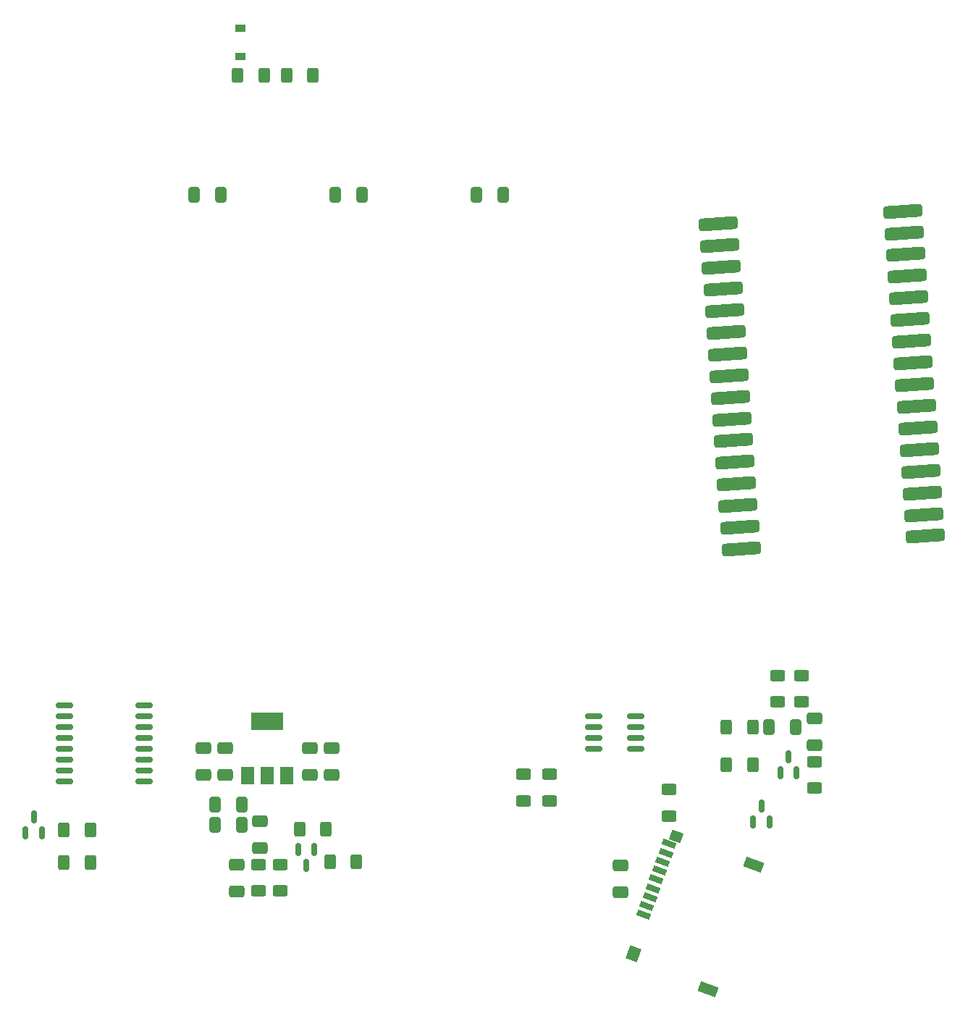
<source format=gbp>
%TF.GenerationSoftware,KiCad,Pcbnew,(6.0.11)*%
%TF.CreationDate,2024-05-07T01:49:41+08:00*%
%TF.ProjectId,badge,62616467-652e-46b6-9963-61645f706362,rev?*%
%TF.SameCoordinates,Original*%
%TF.FileFunction,Paste,Bot*%
%TF.FilePolarity,Positive*%
%FSLAX46Y46*%
G04 Gerber Fmt 4.6, Leading zero omitted, Abs format (unit mm)*
G04 Created by KiCad (PCBNEW (6.0.11)) date 2024-05-07 01:49:41*
%MOMM*%
%LPD*%
G01*
G04 APERTURE LIST*
G04 Aperture macros list*
%AMRoundRect*
0 Rectangle with rounded corners*
0 $1 Rounding radius*
0 $2 $3 $4 $5 $6 $7 $8 $9 X,Y pos of 4 corners*
0 Add a 4 corners polygon primitive as box body*
4,1,4,$2,$3,$4,$5,$6,$7,$8,$9,$2,$3,0*
0 Add four circle primitives for the rounded corners*
1,1,$1+$1,$2,$3*
1,1,$1+$1,$4,$5*
1,1,$1+$1,$6,$7*
1,1,$1+$1,$8,$9*
0 Add four rect primitives between the rounded corners*
20,1,$1+$1,$2,$3,$4,$5,0*
20,1,$1+$1,$4,$5,$6,$7,0*
20,1,$1+$1,$6,$7,$8,$9,0*
20,1,$1+$1,$8,$9,$2,$3,0*%
%AMRotRect*
0 Rectangle, with rotation*
0 The origin of the aperture is its center*
0 $1 length*
0 $2 width*
0 $3 Rotation angle, in degrees counterclockwise*
0 Add horizontal line*
21,1,$1,$2,0,0,$3*%
G04 Aperture macros list end*
%ADD10RotRect,1.200000X2.200000X250.000000*%
%ADD11RotRect,1.200000X1.400000X250.000000*%
%ADD12RotRect,1.600000X1.400000X250.000000*%
%ADD13RotRect,0.700000X1.600000X250.000000*%
%ADD14RoundRect,0.250000X0.650000X-0.412500X0.650000X0.412500X-0.650000X0.412500X-0.650000X-0.412500X0*%
%ADD15R,1.500000X2.000000*%
%ADD16R,3.800000X2.000000*%
%ADD17R,1.200000X0.900000*%
%ADD18RoundRect,0.250000X0.412500X0.650000X-0.412500X0.650000X-0.412500X-0.650000X0.412500X-0.650000X0*%
%ADD19RoundRect,0.250000X0.400000X0.625000X-0.400000X0.625000X-0.400000X-0.625000X0.400000X-0.625000X0*%
%ADD20RoundRect,0.250000X-0.625000X0.400000X-0.625000X-0.400000X0.625000X-0.400000X0.625000X0.400000X0*%
%ADD21RoundRect,0.150000X0.150000X-0.587500X0.150000X0.587500X-0.150000X0.587500X-0.150000X-0.587500X0*%
%ADD22RoundRect,0.150000X0.875000X0.150000X-0.875000X0.150000X-0.875000X-0.150000X0.875000X-0.150000X0*%
%ADD23RoundRect,0.250000X-0.400000X-0.625000X0.400000X-0.625000X0.400000X0.625000X-0.400000X0.625000X0*%
%ADD24RoundRect,0.250000X-0.650000X0.412500X-0.650000X-0.412500X0.650000X-0.412500X0.650000X0.412500X0*%
%ADD25RoundRect,0.250000X0.625000X-0.400000X0.625000X0.400000X-0.625000X0.400000X-0.625000X-0.400000X0*%
%ADD26RoundRect,0.250000X-0.412500X-0.650000X0.412500X-0.650000X0.412500X0.650000X-0.412500X0.650000X0*%
%ADD27RoundRect,0.150000X-0.150000X0.587500X-0.150000X-0.587500X0.150000X-0.587500X0.150000X0.587500X0*%
%ADD28RoundRect,0.375000X1.894152X0.508368X-1.946469X0.239805X-1.894152X-0.508368X1.946469X-0.239805X0*%
%ADD29RoundRect,0.150000X0.825000X0.150000X-0.825000X0.150000X-0.825000X-0.150000X0.825000X-0.150000X0*%
G04 APERTURE END LIST*
D10*
%TO.C,J3*%
X140483467Y-153830810D03*
D11*
X136763730Y-135982181D03*
D10*
X145784779Y-139265574D03*
D12*
X131770236Y-149701693D03*
D13*
X135900560Y-136891817D03*
X135524338Y-137925479D03*
X135148116Y-138959141D03*
X134771894Y-139992803D03*
X134395672Y-141026465D03*
X134019450Y-142060127D03*
X133643227Y-143093788D03*
X133267005Y-144127450D03*
X132890783Y-145161112D03*
%TD*%
D14*
%TO.C,C12*%
X93853000Y-128816500D03*
X93853000Y-125691500D03*
%TD*%
D15*
%TO.C,U3*%
X91200000Y-128880000D03*
D16*
X88900000Y-122580000D03*
D15*
X88900000Y-128880000D03*
X86600000Y-128880000D03*
%TD*%
D17*
%TO.C,D12*%
X85725000Y-41530000D03*
X85725000Y-44830000D03*
%TD*%
D18*
%TO.C,C18*%
X85890500Y-134620000D03*
X82765500Y-134620000D03*
%TD*%
D19*
%TO.C,R6*%
X68225000Y-135255000D03*
X65125000Y-135255000D03*
%TD*%
D20*
%TO.C,R24*%
X87884000Y-139293000D03*
X87884000Y-142393000D03*
%TD*%
D19*
%TO.C,R7*%
X94260000Y-46990000D03*
X91160000Y-46990000D03*
%TD*%
D20*
%TO.C,R14*%
X151358600Y-117195000D03*
X151358600Y-120295000D03*
%TD*%
D21*
%TO.C,Q1*%
X62545000Y-135557500D03*
X60645000Y-135557500D03*
X61595000Y-133682500D03*
%TD*%
D20*
%TO.C,R12*%
X118872000Y-128752000D03*
X118872000Y-131852000D03*
%TD*%
D22*
%TO.C,U1*%
X74500000Y-120650000D03*
X74500000Y-121920000D03*
X74500000Y-123190000D03*
X74500000Y-124460000D03*
X74500000Y-125730000D03*
X74500000Y-127000000D03*
X74500000Y-128270000D03*
X74500000Y-129540000D03*
X65200000Y-129540000D03*
X65200000Y-128270000D03*
X65200000Y-127000000D03*
X65200000Y-125730000D03*
X65200000Y-124460000D03*
X65200000Y-123190000D03*
X65200000Y-121920000D03*
X65200000Y-120650000D03*
%TD*%
D23*
%TO.C,R17*%
X142595000Y-123190000D03*
X145695000Y-123190000D03*
%TD*%
D20*
%TO.C,R13*%
X121920000Y-128752000D03*
X121920000Y-131852000D03*
%TD*%
D24*
%TO.C,C17*%
X130175000Y-139407500D03*
X130175000Y-142532500D03*
%TD*%
D14*
%TO.C,C20*%
X152857200Y-125362100D03*
X152857200Y-122237100D03*
%TD*%
D19*
%TO.C,R9*%
X88545000Y-46990000D03*
X85445000Y-46990000D03*
%TD*%
D24*
%TO.C,C8*%
X81407000Y-125691500D03*
X81407000Y-128816500D03*
%TD*%
D19*
%TO.C,R5*%
X68225000Y-139065000D03*
X65125000Y-139065000D03*
%TD*%
D21*
%TO.C,Q5*%
X147635000Y-134287500D03*
X145735000Y-134287500D03*
X146685000Y-132412500D03*
%TD*%
D19*
%TO.C,R26*%
X95784000Y-135128000D03*
X92684000Y-135128000D03*
%TD*%
D18*
%TO.C,C29*%
X85890500Y-132283200D03*
X82765500Y-132283200D03*
%TD*%
D20*
%TO.C,R23*%
X90424000Y-139293000D03*
X90424000Y-142393000D03*
%TD*%
D25*
%TO.C,R18*%
X148590000Y-120295000D03*
X148590000Y-117195000D03*
%TD*%
D21*
%TO.C,Q4*%
X150810000Y-128572500D03*
X148910000Y-128572500D03*
X149860000Y-126697500D03*
%TD*%
D26*
%TO.C,C4*%
X80352500Y-60960000D03*
X83477500Y-60960000D03*
%TD*%
D24*
%TO.C,C23*%
X88011000Y-134200500D03*
X88011000Y-137325500D03*
%TD*%
D14*
%TO.C,C13*%
X96393000Y-128816500D03*
X96393000Y-125691500D03*
%TD*%
D26*
%TO.C,C14*%
X113372500Y-60960000D03*
X116497500Y-60960000D03*
%TD*%
D27*
%TO.C,Q6*%
X92522000Y-137492500D03*
X94422000Y-137492500D03*
X93472000Y-139367500D03*
%TD*%
D23*
%TO.C,R22*%
X142595000Y-127635000D03*
X145695000Y-127635000D03*
%TD*%
D26*
%TO.C,C9*%
X96862500Y-60960000D03*
X99987500Y-60960000D03*
%TD*%
D28*
%TO.C,U2*%
X163205552Y-62903767D03*
X163382733Y-65437580D03*
X163559915Y-67971392D03*
X163737096Y-70505205D03*
X163914277Y-73039018D03*
X164091459Y-75572830D03*
X164268640Y-78106643D03*
X164445822Y-80640456D03*
X164623003Y-83174268D03*
X164800185Y-85708081D03*
X164977366Y-88241894D03*
X165154548Y-90775706D03*
X165331729Y-93309519D03*
X165508910Y-95843332D03*
X165686092Y-98377144D03*
X165863273Y-100910957D03*
X144314960Y-102404392D03*
X144137778Y-99870580D03*
X143960597Y-97336767D03*
X143783415Y-94802954D03*
X143606234Y-92269142D03*
X143429052Y-89735329D03*
X143251871Y-87201516D03*
X143074689Y-84667704D03*
X142897508Y-82133891D03*
X142720327Y-79600078D03*
X142543145Y-77066266D03*
X142365964Y-74532453D03*
X142188782Y-71998640D03*
X142011601Y-69464828D03*
X141834419Y-66931015D03*
X141657238Y-64397202D03*
%TD*%
D24*
%TO.C,C24*%
X85344000Y-139280500D03*
X85344000Y-142405500D03*
%TD*%
D20*
%TO.C,R33*%
X152882600Y-127253400D03*
X152882600Y-130353400D03*
%TD*%
D19*
%TO.C,R25*%
X99340000Y-138938000D03*
X96240000Y-138938000D03*
%TD*%
D24*
%TO.C,C10*%
X83947000Y-125691500D03*
X83947000Y-128816500D03*
%TD*%
D26*
%TO.C,C22*%
X147586300Y-123240800D03*
X150711300Y-123240800D03*
%TD*%
D29*
%TO.C,Q3*%
X132015000Y-121920000D03*
X132015000Y-123190000D03*
X132015000Y-124460000D03*
X132015000Y-125730000D03*
X127065000Y-125730000D03*
X127065000Y-124460000D03*
X127065000Y-123190000D03*
X127065000Y-121920000D03*
%TD*%
D20*
%TO.C,R8*%
X135890000Y-130530000D03*
X135890000Y-133630000D03*
%TD*%
M02*

</source>
